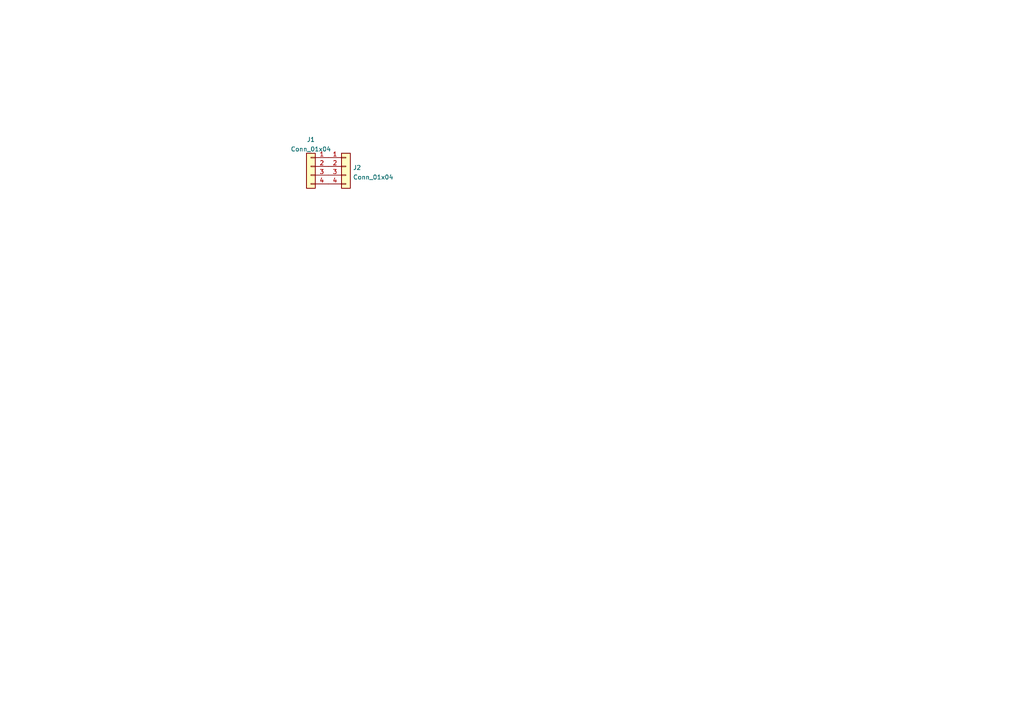
<source format=kicad_sch>
(kicad_sch (version 20211123) (generator eeschema)
  (paper "A4")
  (lib_symbols
    (symbol "Connector_Generic:Conn_01x04" (pin_names (offset 1.016) hide)
      (property "Reference" "J" (at 0 5.08 0))
      (property "Value" "Conn_01x04" (at 0 -7.62 0))
      (symbol "Conn_01x04_1_1"
        (rectangle (start -1.27 -4.953) (end 0 -5.207) (stroke (width 0.1524)))
        (rectangle (start -1.27 -2.413) (end 0 -2.667) (stroke (width 0.1524)))
        (rectangle (start -1.27 0.127) (end 0 -0.127) (stroke (width 0.1524)))
        (rectangle (start -1.27 2.667) (end 0 2.413) (stroke (width 0.1524)))
        (rectangle (start -1.27 3.81) (end 1.27 -6.35) (stroke (width 0.254)) (fill (type background)))
        (pin passive line (at -5.08 2.54 0) (length 3.81) (name "Pin_1") (number "1"))
        (pin passive line (at -5.08 0 0) (length 3.81) (name "Pin_2") (number "2"))
        (pin passive line (at -5.08 -2.54 0) (length 3.81) (name "Pin_3") (number "3"))
        (pin passive line (at -5.08 -5.08 0) (length 3.81) (name "Pin_4") (number "4"))
      )
    )
  )
  (symbol (lib_id "Connector_Generic:Conn_01x04") (at 100.33 48.26 0) (unit 1)
    (property "Reference" "J2" (at 102.362 48.6215 0) (effects (justify left)))
    (property "Value" "Conn_01x04" (at 102.362 51.3966 0) (effects (justify left)))
    (property "Footprint" "Connector_PinSocket_2.00mm:PinSocket_1x04_P2.00mm_Vertical" (effects hide))
  )
  (symbol (lib_id "Connector_Generic:Conn_01x04") (at 90.17 48.26 0) (mirror y) (unit 1)
    (property "Reference" "J1" (at 90.17 40.4835 0))
    (property "Value" "Conn_01x04" (at 90.17 43.2586 0))
    (property "Footprint" "Connector_PinSocket_2.00mm:PinSocket_1x04_P2.00mm_Vertical" (effects hide))
  )
)
</source>
